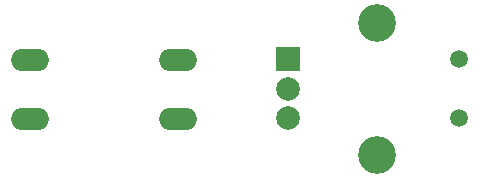
<source format=gbr>
%TF.GenerationSoftware,KiCad,Pcbnew,9.0.0*%
%TF.CreationDate,2025-04-05T15:43:17+05:30*%
%TF.ProjectId,PixelDoro,50697865-6c44-46f7-926f-2e6b69636164,rev?*%
%TF.SameCoordinates,Original*%
%TF.FileFunction,Soldermask,Bot*%
%TF.FilePolarity,Negative*%
%FSLAX46Y46*%
G04 Gerber Fmt 4.6, Leading zero omitted, Abs format (unit mm)*
G04 Created by KiCad (PCBNEW 9.0.0) date 2025-04-05 15:43:17*
%MOMM*%
%LPD*%
G01*
G04 APERTURE LIST*
%ADD10O,3.200000X1.900000*%
%ADD11C,1.500000*%
%ADD12R,2.000000X2.000000*%
%ADD13C,2.000000*%
%ADD14C,3.200000*%
G04 APERTURE END LIST*
D10*
%TO.C,SW2*%
X118468750Y-85725000D03*
X130968750Y-85725000D03*
X118468750Y-90725000D03*
X130968750Y-90725000D03*
%TD*%
D11*
%TO.C,SW1*%
X154781250Y-85687500D03*
X154781250Y-90687500D03*
D12*
X140281250Y-85687500D03*
D13*
X140281250Y-90687500D03*
X140281250Y-88187500D03*
D14*
X147781250Y-82587500D03*
X147781250Y-93787500D03*
%TD*%
M02*

</source>
